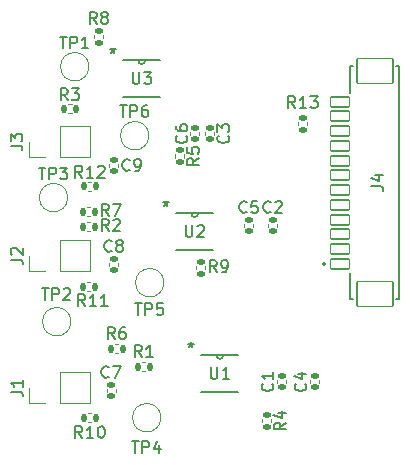
<source format=gto>
G04 #@! TF.GenerationSoftware,KiCad,Pcbnew,7.0.10*
G04 #@! TF.CreationDate,2024-11-08T18:26:31-05:00*
G04 #@! TF.ProjectId,Novel Mechanism 1 Board,4e6f7665-6c20-44d6-9563-68616e69736d,rev?*
G04 #@! TF.SameCoordinates,Original*
G04 #@! TF.FileFunction,Legend,Top*
G04 #@! TF.FilePolarity,Positive*
%FSLAX46Y46*%
G04 Gerber Fmt 4.6, Leading zero omitted, Abs format (unit mm)*
G04 Created by KiCad (PCBNEW 7.0.10) date 2024-11-08 18:26:31*
%MOMM*%
%LPD*%
G01*
G04 APERTURE LIST*
G04 Aperture macros list*
%AMRoundRect*
0 Rectangle with rounded corners*
0 $1 Rounding radius*
0 $2 $3 $4 $5 $6 $7 $8 $9 X,Y pos of 4 corners*
0 Add a 4 corners polygon primitive as box body*
4,1,4,$2,$3,$4,$5,$6,$7,$8,$9,$2,$3,0*
0 Add four circle primitives for the rounded corners*
1,1,$1+$1,$2,$3*
1,1,$1+$1,$4,$5*
1,1,$1+$1,$6,$7*
1,1,$1+$1,$8,$9*
0 Add four rect primitives between the rounded corners*
20,1,$1+$1,$2,$3,$4,$5,0*
20,1,$1+$1,$4,$5,$6,$7,0*
20,1,$1+$1,$6,$7,$8,$9,0*
20,1,$1+$1,$8,$9,$2,$3,0*%
G04 Aperture macros list end*
%ADD10C,0.150000*%
%ADD11C,0.120000*%
%ADD12C,0.127000*%
%ADD13C,0.200000*%
%ADD14C,0.152400*%
%ADD15R,1.700000X1.700000*%
%ADD16O,1.700000X1.700000*%
%ADD17RoundRect,0.140000X0.170000X-0.140000X0.170000X0.140000X-0.170000X0.140000X-0.170000X-0.140000X0*%
%ADD18RoundRect,0.135000X-0.135000X-0.185000X0.135000X-0.185000X0.135000X0.185000X-0.135000X0.185000X0*%
%ADD19C,2.000000*%
%ADD20C,3.200000*%
%ADD21RoundRect,0.076200X0.800000X-0.400000X0.800000X0.400000X-0.800000X0.400000X-0.800000X-0.400000X0*%
%ADD22RoundRect,0.076200X1.500000X-1.050000X1.500000X1.050000X-1.500000X1.050000X-1.500000X-1.050000X0*%
%ADD23R,1.371600X0.457200*%
%ADD24RoundRect,0.135000X0.185000X-0.135000X0.185000X0.135000X-0.185000X0.135000X-0.185000X-0.135000X0*%
%ADD25RoundRect,0.140000X-0.170000X0.140000X-0.170000X-0.140000X0.170000X-0.140000X0.170000X0.140000X0*%
%ADD26RoundRect,0.135000X-0.185000X0.135000X-0.185000X-0.135000X0.185000X-0.135000X0.185000X0.135000X0*%
G04 APERTURE END LIST*
D10*
X20492819Y-50879333D02*
X21207104Y-50879333D01*
X21207104Y-50879333D02*
X21349961Y-50926952D01*
X21349961Y-50926952D02*
X21445200Y-51022190D01*
X21445200Y-51022190D02*
X21492819Y-51165047D01*
X21492819Y-51165047D02*
X21492819Y-51260285D01*
X20588057Y-50450761D02*
X20540438Y-50403142D01*
X20540438Y-50403142D02*
X20492819Y-50307904D01*
X20492819Y-50307904D02*
X20492819Y-50069809D01*
X20492819Y-50069809D02*
X20540438Y-49974571D01*
X20540438Y-49974571D02*
X20588057Y-49926952D01*
X20588057Y-49926952D02*
X20683295Y-49879333D01*
X20683295Y-49879333D02*
X20778533Y-49879333D01*
X20778533Y-49879333D02*
X20921390Y-49926952D01*
X20921390Y-49926952D02*
X21492819Y-50498380D01*
X21492819Y-50498380D02*
X21492819Y-49879333D01*
X45427580Y-61380666D02*
X45475200Y-61428285D01*
X45475200Y-61428285D02*
X45522819Y-61571142D01*
X45522819Y-61571142D02*
X45522819Y-61666380D01*
X45522819Y-61666380D02*
X45475200Y-61809237D01*
X45475200Y-61809237D02*
X45379961Y-61904475D01*
X45379961Y-61904475D02*
X45284723Y-61952094D01*
X45284723Y-61952094D02*
X45094247Y-61999713D01*
X45094247Y-61999713D02*
X44951390Y-61999713D01*
X44951390Y-61999713D02*
X44760914Y-61952094D01*
X44760914Y-61952094D02*
X44665676Y-61904475D01*
X44665676Y-61904475D02*
X44570438Y-61809237D01*
X44570438Y-61809237D02*
X44522819Y-61666380D01*
X44522819Y-61666380D02*
X44522819Y-61571142D01*
X44522819Y-61571142D02*
X44570438Y-61428285D01*
X44570438Y-61428285D02*
X44618057Y-61380666D01*
X44856152Y-60523523D02*
X45522819Y-60523523D01*
X44475200Y-60761618D02*
X45189485Y-60999713D01*
X45189485Y-60999713D02*
X45189485Y-60380666D01*
X28789333Y-47190819D02*
X28456000Y-46714628D01*
X28217905Y-47190819D02*
X28217905Y-46190819D01*
X28217905Y-46190819D02*
X28598857Y-46190819D01*
X28598857Y-46190819D02*
X28694095Y-46238438D01*
X28694095Y-46238438D02*
X28741714Y-46286057D01*
X28741714Y-46286057D02*
X28789333Y-46381295D01*
X28789333Y-46381295D02*
X28789333Y-46524152D01*
X28789333Y-46524152D02*
X28741714Y-46619390D01*
X28741714Y-46619390D02*
X28694095Y-46667009D01*
X28694095Y-46667009D02*
X28598857Y-46714628D01*
X28598857Y-46714628D02*
X28217905Y-46714628D01*
X29122667Y-46190819D02*
X29789333Y-46190819D01*
X29789333Y-46190819D02*
X29360762Y-47190819D01*
X23122095Y-53302819D02*
X23693523Y-53302819D01*
X23407809Y-54302819D02*
X23407809Y-53302819D01*
X24026857Y-54302819D02*
X24026857Y-53302819D01*
X24026857Y-53302819D02*
X24407809Y-53302819D01*
X24407809Y-53302819D02*
X24503047Y-53350438D01*
X24503047Y-53350438D02*
X24550666Y-53398057D01*
X24550666Y-53398057D02*
X24598285Y-53493295D01*
X24598285Y-53493295D02*
X24598285Y-53636152D01*
X24598285Y-53636152D02*
X24550666Y-53731390D01*
X24550666Y-53731390D02*
X24503047Y-53779009D01*
X24503047Y-53779009D02*
X24407809Y-53826628D01*
X24407809Y-53826628D02*
X24026857Y-53826628D01*
X24979238Y-53398057D02*
X25026857Y-53350438D01*
X25026857Y-53350438D02*
X25122095Y-53302819D01*
X25122095Y-53302819D02*
X25360190Y-53302819D01*
X25360190Y-53302819D02*
X25455428Y-53350438D01*
X25455428Y-53350438D02*
X25503047Y-53398057D01*
X25503047Y-53398057D02*
X25550666Y-53493295D01*
X25550666Y-53493295D02*
X25550666Y-53588533D01*
X25550666Y-53588533D02*
X25503047Y-53731390D01*
X25503047Y-53731390D02*
X24931619Y-54302819D01*
X24931619Y-54302819D02*
X25550666Y-54302819D01*
X26535142Y-43948417D02*
X26201809Y-43472226D01*
X25963714Y-43948417D02*
X25963714Y-42948417D01*
X25963714Y-42948417D02*
X26344666Y-42948417D01*
X26344666Y-42948417D02*
X26439904Y-42996036D01*
X26439904Y-42996036D02*
X26487523Y-43043655D01*
X26487523Y-43043655D02*
X26535142Y-43138893D01*
X26535142Y-43138893D02*
X26535142Y-43281750D01*
X26535142Y-43281750D02*
X26487523Y-43376988D01*
X26487523Y-43376988D02*
X26439904Y-43424607D01*
X26439904Y-43424607D02*
X26344666Y-43472226D01*
X26344666Y-43472226D02*
X25963714Y-43472226D01*
X27487523Y-43948417D02*
X26916095Y-43948417D01*
X27201809Y-43948417D02*
X27201809Y-42948417D01*
X27201809Y-42948417D02*
X27106571Y-43091274D01*
X27106571Y-43091274D02*
X27011333Y-43186512D01*
X27011333Y-43186512D02*
X26916095Y-43234131D01*
X27868476Y-43043655D02*
X27916095Y-42996036D01*
X27916095Y-42996036D02*
X28011333Y-42948417D01*
X28011333Y-42948417D02*
X28249428Y-42948417D01*
X28249428Y-42948417D02*
X28344666Y-42996036D01*
X28344666Y-42996036D02*
X28392285Y-43043655D01*
X28392285Y-43043655D02*
X28439904Y-43138893D01*
X28439904Y-43138893D02*
X28439904Y-43234131D01*
X28439904Y-43234131D02*
X28392285Y-43376988D01*
X28392285Y-43376988D02*
X27820857Y-43948417D01*
X27820857Y-43948417D02*
X28439904Y-43948417D01*
X28789333Y-48460819D02*
X28456000Y-47984628D01*
X28217905Y-48460819D02*
X28217905Y-47460819D01*
X28217905Y-47460819D02*
X28598857Y-47460819D01*
X28598857Y-47460819D02*
X28694095Y-47508438D01*
X28694095Y-47508438D02*
X28741714Y-47556057D01*
X28741714Y-47556057D02*
X28789333Y-47651295D01*
X28789333Y-47651295D02*
X28789333Y-47794152D01*
X28789333Y-47794152D02*
X28741714Y-47889390D01*
X28741714Y-47889390D02*
X28694095Y-47937009D01*
X28694095Y-47937009D02*
X28598857Y-47984628D01*
X28598857Y-47984628D02*
X28217905Y-47984628D01*
X29170286Y-47556057D02*
X29217905Y-47508438D01*
X29217905Y-47508438D02*
X29313143Y-47460819D01*
X29313143Y-47460819D02*
X29551238Y-47460819D01*
X29551238Y-47460819D02*
X29646476Y-47508438D01*
X29646476Y-47508438D02*
X29694095Y-47556057D01*
X29694095Y-47556057D02*
X29741714Y-47651295D01*
X29741714Y-47651295D02*
X29741714Y-47746533D01*
X29741714Y-47746533D02*
X29694095Y-47889390D01*
X29694095Y-47889390D02*
X29122667Y-48460819D01*
X29122667Y-48460819D02*
X29741714Y-48460819D01*
X51037819Y-44657732D02*
X51752104Y-44657732D01*
X51752104Y-44657732D02*
X51894961Y-44705351D01*
X51894961Y-44705351D02*
X51990200Y-44800589D01*
X51990200Y-44800589D02*
X52037819Y-44943446D01*
X52037819Y-44943446D02*
X52037819Y-45038684D01*
X51371152Y-43752970D02*
X52037819Y-43752970D01*
X50990200Y-43991065D02*
X51704485Y-44229160D01*
X51704485Y-44229160D02*
X51704485Y-43610113D01*
X30742095Y-66256819D02*
X31313523Y-66256819D01*
X31027809Y-67256819D02*
X31027809Y-66256819D01*
X31646857Y-67256819D02*
X31646857Y-66256819D01*
X31646857Y-66256819D02*
X32027809Y-66256819D01*
X32027809Y-66256819D02*
X32123047Y-66304438D01*
X32123047Y-66304438D02*
X32170666Y-66352057D01*
X32170666Y-66352057D02*
X32218285Y-66447295D01*
X32218285Y-66447295D02*
X32218285Y-66590152D01*
X32218285Y-66590152D02*
X32170666Y-66685390D01*
X32170666Y-66685390D02*
X32123047Y-66733009D01*
X32123047Y-66733009D02*
X32027809Y-66780628D01*
X32027809Y-66780628D02*
X31646857Y-66780628D01*
X33075428Y-66590152D02*
X33075428Y-67256819D01*
X32837333Y-66209200D02*
X32599238Y-66923485D01*
X32599238Y-66923485D02*
X33218285Y-66923485D01*
X31583333Y-59128819D02*
X31250000Y-58652628D01*
X31011905Y-59128819D02*
X31011905Y-58128819D01*
X31011905Y-58128819D02*
X31392857Y-58128819D01*
X31392857Y-58128819D02*
X31488095Y-58176438D01*
X31488095Y-58176438D02*
X31535714Y-58224057D01*
X31535714Y-58224057D02*
X31583333Y-58319295D01*
X31583333Y-58319295D02*
X31583333Y-58462152D01*
X31583333Y-58462152D02*
X31535714Y-58557390D01*
X31535714Y-58557390D02*
X31488095Y-58605009D01*
X31488095Y-58605009D02*
X31392857Y-58652628D01*
X31392857Y-58652628D02*
X31011905Y-58652628D01*
X32535714Y-59128819D02*
X31964286Y-59128819D01*
X32250000Y-59128819D02*
X32250000Y-58128819D01*
X32250000Y-58128819D02*
X32154762Y-58271676D01*
X32154762Y-58271676D02*
X32059524Y-58366914D01*
X32059524Y-58366914D02*
X31964286Y-58414533D01*
X42505333Y-46841580D02*
X42457714Y-46889200D01*
X42457714Y-46889200D02*
X42314857Y-46936819D01*
X42314857Y-46936819D02*
X42219619Y-46936819D01*
X42219619Y-46936819D02*
X42076762Y-46889200D01*
X42076762Y-46889200D02*
X41981524Y-46793961D01*
X41981524Y-46793961D02*
X41933905Y-46698723D01*
X41933905Y-46698723D02*
X41886286Y-46508247D01*
X41886286Y-46508247D02*
X41886286Y-46365390D01*
X41886286Y-46365390D02*
X41933905Y-46174914D01*
X41933905Y-46174914D02*
X41981524Y-46079676D01*
X41981524Y-46079676D02*
X42076762Y-45984438D01*
X42076762Y-45984438D02*
X42219619Y-45936819D01*
X42219619Y-45936819D02*
X42314857Y-45936819D01*
X42314857Y-45936819D02*
X42457714Y-45984438D01*
X42457714Y-45984438D02*
X42505333Y-46032057D01*
X42886286Y-46032057D02*
X42933905Y-45984438D01*
X42933905Y-45984438D02*
X43029143Y-45936819D01*
X43029143Y-45936819D02*
X43267238Y-45936819D01*
X43267238Y-45936819D02*
X43362476Y-45984438D01*
X43362476Y-45984438D02*
X43410095Y-46032057D01*
X43410095Y-46032057D02*
X43457714Y-46127295D01*
X43457714Y-46127295D02*
X43457714Y-46222533D01*
X43457714Y-46222533D02*
X43410095Y-46365390D01*
X43410095Y-46365390D02*
X42838667Y-46936819D01*
X42838667Y-46936819D02*
X43457714Y-46936819D01*
X30821416Y-35014819D02*
X30821416Y-35824342D01*
X30821416Y-35824342D02*
X30869035Y-35919580D01*
X30869035Y-35919580D02*
X30916654Y-35967200D01*
X30916654Y-35967200D02*
X31011892Y-36014819D01*
X31011892Y-36014819D02*
X31202368Y-36014819D01*
X31202368Y-36014819D02*
X31297606Y-35967200D01*
X31297606Y-35967200D02*
X31345225Y-35919580D01*
X31345225Y-35919580D02*
X31392844Y-35824342D01*
X31392844Y-35824342D02*
X31392844Y-35014819D01*
X31773797Y-35014819D02*
X32392844Y-35014819D01*
X32392844Y-35014819D02*
X32059511Y-35395771D01*
X32059511Y-35395771D02*
X32202368Y-35395771D01*
X32202368Y-35395771D02*
X32297606Y-35443390D01*
X32297606Y-35443390D02*
X32345225Y-35491009D01*
X32345225Y-35491009D02*
X32392844Y-35586247D01*
X32392844Y-35586247D02*
X32392844Y-35824342D01*
X32392844Y-35824342D02*
X32345225Y-35919580D01*
X32345225Y-35919580D02*
X32297606Y-35967200D01*
X32297606Y-35967200D02*
X32202368Y-36014819D01*
X32202368Y-36014819D02*
X31916654Y-36014819D01*
X31916654Y-36014819D02*
X31821416Y-35967200D01*
X31821416Y-35967200D02*
X31773797Y-35919580D01*
X29132221Y-32922219D02*
X29132221Y-33160314D01*
X28894126Y-33065076D02*
X29132221Y-33160314D01*
X29132221Y-33160314D02*
X29370316Y-33065076D01*
X28989364Y-33350790D02*
X29132221Y-33160314D01*
X29132221Y-33160314D02*
X29275078Y-33350790D01*
X29132221Y-32922219D02*
X29132221Y-33160314D01*
X28894126Y-33065076D02*
X29132221Y-33160314D01*
X29132221Y-33160314D02*
X29370316Y-33065076D01*
X28989364Y-33350790D02*
X29132221Y-33160314D01*
X29132221Y-33160314D02*
X29275078Y-33350790D01*
X38899580Y-40386666D02*
X38947200Y-40434285D01*
X38947200Y-40434285D02*
X38994819Y-40577142D01*
X38994819Y-40577142D02*
X38994819Y-40672380D01*
X38994819Y-40672380D02*
X38947200Y-40815237D01*
X38947200Y-40815237D02*
X38851961Y-40910475D01*
X38851961Y-40910475D02*
X38756723Y-40958094D01*
X38756723Y-40958094D02*
X38566247Y-41005713D01*
X38566247Y-41005713D02*
X38423390Y-41005713D01*
X38423390Y-41005713D02*
X38232914Y-40958094D01*
X38232914Y-40958094D02*
X38137676Y-40910475D01*
X38137676Y-40910475D02*
X38042438Y-40815237D01*
X38042438Y-40815237D02*
X37994819Y-40672380D01*
X37994819Y-40672380D02*
X37994819Y-40577142D01*
X37994819Y-40577142D02*
X38042438Y-40434285D01*
X38042438Y-40434285D02*
X38090057Y-40386666D01*
X37994819Y-40053332D02*
X37994819Y-39434285D01*
X37994819Y-39434285D02*
X38375771Y-39767618D01*
X38375771Y-39767618D02*
X38375771Y-39624761D01*
X38375771Y-39624761D02*
X38423390Y-39529523D01*
X38423390Y-39529523D02*
X38471009Y-39481904D01*
X38471009Y-39481904D02*
X38566247Y-39434285D01*
X38566247Y-39434285D02*
X38804342Y-39434285D01*
X38804342Y-39434285D02*
X38899580Y-39481904D01*
X38899580Y-39481904D02*
X38947200Y-39529523D01*
X38947200Y-39529523D02*
X38994819Y-39624761D01*
X38994819Y-39624761D02*
X38994819Y-39910475D01*
X38994819Y-39910475D02*
X38947200Y-40005713D01*
X38947200Y-40005713D02*
X38899580Y-40053332D01*
X25320654Y-37384819D02*
X24987321Y-36908628D01*
X24749226Y-37384819D02*
X24749226Y-36384819D01*
X24749226Y-36384819D02*
X25130178Y-36384819D01*
X25130178Y-36384819D02*
X25225416Y-36432438D01*
X25225416Y-36432438D02*
X25273035Y-36480057D01*
X25273035Y-36480057D02*
X25320654Y-36575295D01*
X25320654Y-36575295D02*
X25320654Y-36718152D01*
X25320654Y-36718152D02*
X25273035Y-36813390D01*
X25273035Y-36813390D02*
X25225416Y-36861009D01*
X25225416Y-36861009D02*
X25130178Y-36908628D01*
X25130178Y-36908628D02*
X24749226Y-36908628D01*
X25653988Y-36384819D02*
X26273035Y-36384819D01*
X26273035Y-36384819D02*
X25939702Y-36765771D01*
X25939702Y-36765771D02*
X26082559Y-36765771D01*
X26082559Y-36765771D02*
X26177797Y-36813390D01*
X26177797Y-36813390D02*
X26225416Y-36861009D01*
X26225416Y-36861009D02*
X26273035Y-36956247D01*
X26273035Y-36956247D02*
X26273035Y-37194342D01*
X26273035Y-37194342D02*
X26225416Y-37289580D01*
X26225416Y-37289580D02*
X26177797Y-37337200D01*
X26177797Y-37337200D02*
X26082559Y-37384819D01*
X26082559Y-37384819D02*
X25796845Y-37384819D01*
X25796845Y-37384819D02*
X25701607Y-37337200D01*
X25701607Y-37337200D02*
X25653988Y-37289580D01*
X35349580Y-40385264D02*
X35397200Y-40432883D01*
X35397200Y-40432883D02*
X35444819Y-40575740D01*
X35444819Y-40575740D02*
X35444819Y-40670978D01*
X35444819Y-40670978D02*
X35397200Y-40813835D01*
X35397200Y-40813835D02*
X35301961Y-40909073D01*
X35301961Y-40909073D02*
X35206723Y-40956692D01*
X35206723Y-40956692D02*
X35016247Y-41004311D01*
X35016247Y-41004311D02*
X34873390Y-41004311D01*
X34873390Y-41004311D02*
X34682914Y-40956692D01*
X34682914Y-40956692D02*
X34587676Y-40909073D01*
X34587676Y-40909073D02*
X34492438Y-40813835D01*
X34492438Y-40813835D02*
X34444819Y-40670978D01*
X34444819Y-40670978D02*
X34444819Y-40575740D01*
X34444819Y-40575740D02*
X34492438Y-40432883D01*
X34492438Y-40432883D02*
X34540057Y-40385264D01*
X34444819Y-39528121D02*
X34444819Y-39718597D01*
X34444819Y-39718597D02*
X34492438Y-39813835D01*
X34492438Y-39813835D02*
X34540057Y-39861454D01*
X34540057Y-39861454D02*
X34682914Y-39956692D01*
X34682914Y-39956692D02*
X34873390Y-40004311D01*
X34873390Y-40004311D02*
X35254342Y-40004311D01*
X35254342Y-40004311D02*
X35349580Y-39956692D01*
X35349580Y-39956692D02*
X35397200Y-39909073D01*
X35397200Y-39909073D02*
X35444819Y-39813835D01*
X35444819Y-39813835D02*
X35444819Y-39623359D01*
X35444819Y-39623359D02*
X35397200Y-39528121D01*
X35397200Y-39528121D02*
X35349580Y-39480502D01*
X35349580Y-39480502D02*
X35254342Y-39432883D01*
X35254342Y-39432883D02*
X35016247Y-39432883D01*
X35016247Y-39432883D02*
X34921009Y-39480502D01*
X34921009Y-39480502D02*
X34873390Y-39528121D01*
X34873390Y-39528121D02*
X34825771Y-39623359D01*
X34825771Y-39623359D02*
X34825771Y-39813835D01*
X34825771Y-39813835D02*
X34873390Y-39909073D01*
X34873390Y-39909073D02*
X34921009Y-39956692D01*
X34921009Y-39956692D02*
X35016247Y-40004311D01*
X44569142Y-38046819D02*
X44235809Y-37570628D01*
X43997714Y-38046819D02*
X43997714Y-37046819D01*
X43997714Y-37046819D02*
X44378666Y-37046819D01*
X44378666Y-37046819D02*
X44473904Y-37094438D01*
X44473904Y-37094438D02*
X44521523Y-37142057D01*
X44521523Y-37142057D02*
X44569142Y-37237295D01*
X44569142Y-37237295D02*
X44569142Y-37380152D01*
X44569142Y-37380152D02*
X44521523Y-37475390D01*
X44521523Y-37475390D02*
X44473904Y-37523009D01*
X44473904Y-37523009D02*
X44378666Y-37570628D01*
X44378666Y-37570628D02*
X43997714Y-37570628D01*
X45521523Y-38046819D02*
X44950095Y-38046819D01*
X45235809Y-38046819D02*
X45235809Y-37046819D01*
X45235809Y-37046819D02*
X45140571Y-37189676D01*
X45140571Y-37189676D02*
X45045333Y-37284914D01*
X45045333Y-37284914D02*
X44950095Y-37332533D01*
X45854857Y-37046819D02*
X46473904Y-37046819D01*
X46473904Y-37046819D02*
X46140571Y-37427771D01*
X46140571Y-37427771D02*
X46283428Y-37427771D01*
X46283428Y-37427771D02*
X46378666Y-37475390D01*
X46378666Y-37475390D02*
X46426285Y-37523009D01*
X46426285Y-37523009D02*
X46473904Y-37618247D01*
X46473904Y-37618247D02*
X46473904Y-37856342D01*
X46473904Y-37856342D02*
X46426285Y-37951580D01*
X46426285Y-37951580D02*
X46378666Y-37999200D01*
X46378666Y-37999200D02*
X46283428Y-38046819D01*
X46283428Y-38046819D02*
X45997714Y-38046819D01*
X45997714Y-38046819D02*
X45902476Y-37999200D01*
X45902476Y-37999200D02*
X45854857Y-37951580D01*
X30567333Y-43285580D02*
X30519714Y-43333200D01*
X30519714Y-43333200D02*
X30376857Y-43380819D01*
X30376857Y-43380819D02*
X30281619Y-43380819D01*
X30281619Y-43380819D02*
X30138762Y-43333200D01*
X30138762Y-43333200D02*
X30043524Y-43237961D01*
X30043524Y-43237961D02*
X29995905Y-43142723D01*
X29995905Y-43142723D02*
X29948286Y-42952247D01*
X29948286Y-42952247D02*
X29948286Y-42809390D01*
X29948286Y-42809390D02*
X29995905Y-42618914D01*
X29995905Y-42618914D02*
X30043524Y-42523676D01*
X30043524Y-42523676D02*
X30138762Y-42428438D01*
X30138762Y-42428438D02*
X30281619Y-42380819D01*
X30281619Y-42380819D02*
X30376857Y-42380819D01*
X30376857Y-42380819D02*
X30519714Y-42428438D01*
X30519714Y-42428438D02*
X30567333Y-42476057D01*
X31043524Y-43380819D02*
X31234000Y-43380819D01*
X31234000Y-43380819D02*
X31329238Y-43333200D01*
X31329238Y-43333200D02*
X31376857Y-43285580D01*
X31376857Y-43285580D02*
X31472095Y-43142723D01*
X31472095Y-43142723D02*
X31519714Y-42952247D01*
X31519714Y-42952247D02*
X31519714Y-42571295D01*
X31519714Y-42571295D02*
X31472095Y-42476057D01*
X31472095Y-42476057D02*
X31424476Y-42428438D01*
X31424476Y-42428438D02*
X31329238Y-42380819D01*
X31329238Y-42380819D02*
X31138762Y-42380819D01*
X31138762Y-42380819D02*
X31043524Y-42428438D01*
X31043524Y-42428438D02*
X30995905Y-42476057D01*
X30995905Y-42476057D02*
X30948286Y-42571295D01*
X30948286Y-42571295D02*
X30948286Y-42809390D01*
X30948286Y-42809390D02*
X30995905Y-42904628D01*
X30995905Y-42904628D02*
X31043524Y-42952247D01*
X31043524Y-42952247D02*
X31138762Y-42999866D01*
X31138762Y-42999866D02*
X31329238Y-42999866D01*
X31329238Y-42999866D02*
X31424476Y-42952247D01*
X31424476Y-42952247D02*
X31472095Y-42904628D01*
X31472095Y-42904628D02*
X31519714Y-42809390D01*
X43788819Y-64682666D02*
X43312628Y-65015999D01*
X43788819Y-65254094D02*
X42788819Y-65254094D01*
X42788819Y-65254094D02*
X42788819Y-64873142D01*
X42788819Y-64873142D02*
X42836438Y-64777904D01*
X42836438Y-64777904D02*
X42884057Y-64730285D01*
X42884057Y-64730285D02*
X42979295Y-64682666D01*
X42979295Y-64682666D02*
X43122152Y-64682666D01*
X43122152Y-64682666D02*
X43217390Y-64730285D01*
X43217390Y-64730285D02*
X43265009Y-64777904D01*
X43265009Y-64777904D02*
X43312628Y-64873142D01*
X43312628Y-64873142D02*
X43312628Y-65254094D01*
X43122152Y-63825523D02*
X43788819Y-63825523D01*
X42741200Y-64063618D02*
X43455485Y-64301713D01*
X43455485Y-64301713D02*
X43455485Y-63682666D01*
X26789142Y-54810819D02*
X26455809Y-54334628D01*
X26217714Y-54810819D02*
X26217714Y-53810819D01*
X26217714Y-53810819D02*
X26598666Y-53810819D01*
X26598666Y-53810819D02*
X26693904Y-53858438D01*
X26693904Y-53858438D02*
X26741523Y-53906057D01*
X26741523Y-53906057D02*
X26789142Y-54001295D01*
X26789142Y-54001295D02*
X26789142Y-54144152D01*
X26789142Y-54144152D02*
X26741523Y-54239390D01*
X26741523Y-54239390D02*
X26693904Y-54287009D01*
X26693904Y-54287009D02*
X26598666Y-54334628D01*
X26598666Y-54334628D02*
X26217714Y-54334628D01*
X27741523Y-54810819D02*
X27170095Y-54810819D01*
X27455809Y-54810819D02*
X27455809Y-53810819D01*
X27455809Y-53810819D02*
X27360571Y-53953676D01*
X27360571Y-53953676D02*
X27265333Y-54048914D01*
X27265333Y-54048914D02*
X27170095Y-54096533D01*
X28693904Y-54810819D02*
X28122476Y-54810819D01*
X28408190Y-54810819D02*
X28408190Y-53810819D01*
X28408190Y-53810819D02*
X28312952Y-53953676D01*
X28312952Y-53953676D02*
X28217714Y-54048914D01*
X28217714Y-54048914D02*
X28122476Y-54096533D01*
X36422819Y-42290264D02*
X35946628Y-42623597D01*
X36422819Y-42861692D02*
X35422819Y-42861692D01*
X35422819Y-42861692D02*
X35422819Y-42480740D01*
X35422819Y-42480740D02*
X35470438Y-42385502D01*
X35470438Y-42385502D02*
X35518057Y-42337883D01*
X35518057Y-42337883D02*
X35613295Y-42290264D01*
X35613295Y-42290264D02*
X35756152Y-42290264D01*
X35756152Y-42290264D02*
X35851390Y-42337883D01*
X35851390Y-42337883D02*
X35899009Y-42385502D01*
X35899009Y-42385502D02*
X35946628Y-42480740D01*
X35946628Y-42480740D02*
X35946628Y-42861692D01*
X35422819Y-41385502D02*
X35422819Y-41861692D01*
X35422819Y-41861692D02*
X35899009Y-41909311D01*
X35899009Y-41909311D02*
X35851390Y-41861692D01*
X35851390Y-41861692D02*
X35803771Y-41766454D01*
X35803771Y-41766454D02*
X35803771Y-41528359D01*
X35803771Y-41528359D02*
X35851390Y-41433121D01*
X35851390Y-41433121D02*
X35899009Y-41385502D01*
X35899009Y-41385502D02*
X35994247Y-41337883D01*
X35994247Y-41337883D02*
X36232342Y-41337883D01*
X36232342Y-41337883D02*
X36327580Y-41385502D01*
X36327580Y-41385502D02*
X36375200Y-41433121D01*
X36375200Y-41433121D02*
X36422819Y-41528359D01*
X36422819Y-41528359D02*
X36422819Y-41766454D01*
X36422819Y-41766454D02*
X36375200Y-41861692D01*
X36375200Y-41861692D02*
X36327580Y-41909311D01*
X29726095Y-37808819D02*
X30297523Y-37808819D01*
X30011809Y-38808819D02*
X30011809Y-37808819D01*
X30630857Y-38808819D02*
X30630857Y-37808819D01*
X30630857Y-37808819D02*
X31011809Y-37808819D01*
X31011809Y-37808819D02*
X31107047Y-37856438D01*
X31107047Y-37856438D02*
X31154666Y-37904057D01*
X31154666Y-37904057D02*
X31202285Y-37999295D01*
X31202285Y-37999295D02*
X31202285Y-38142152D01*
X31202285Y-38142152D02*
X31154666Y-38237390D01*
X31154666Y-38237390D02*
X31107047Y-38285009D01*
X31107047Y-38285009D02*
X31011809Y-38332628D01*
X31011809Y-38332628D02*
X30630857Y-38332628D01*
X32059428Y-37808819D02*
X31868952Y-37808819D01*
X31868952Y-37808819D02*
X31773714Y-37856438D01*
X31773714Y-37856438D02*
X31726095Y-37904057D01*
X31726095Y-37904057D02*
X31630857Y-38046914D01*
X31630857Y-38046914D02*
X31583238Y-38237390D01*
X31583238Y-38237390D02*
X31583238Y-38618342D01*
X31583238Y-38618342D02*
X31630857Y-38713580D01*
X31630857Y-38713580D02*
X31678476Y-38761200D01*
X31678476Y-38761200D02*
X31773714Y-38808819D01*
X31773714Y-38808819D02*
X31964190Y-38808819D01*
X31964190Y-38808819D02*
X32059428Y-38761200D01*
X32059428Y-38761200D02*
X32107047Y-38713580D01*
X32107047Y-38713580D02*
X32154666Y-38618342D01*
X32154666Y-38618342D02*
X32154666Y-38380247D01*
X32154666Y-38380247D02*
X32107047Y-38285009D01*
X32107047Y-38285009D02*
X32059428Y-38237390D01*
X32059428Y-38237390D02*
X31964190Y-38189771D01*
X31964190Y-38189771D02*
X31773714Y-38189771D01*
X31773714Y-38189771D02*
X31678476Y-38237390D01*
X31678476Y-38237390D02*
X31630857Y-38285009D01*
X31630857Y-38285009D02*
X31583238Y-38380247D01*
X24646095Y-32000819D02*
X25217523Y-32000819D01*
X24931809Y-33000819D02*
X24931809Y-32000819D01*
X25550857Y-33000819D02*
X25550857Y-32000819D01*
X25550857Y-32000819D02*
X25931809Y-32000819D01*
X25931809Y-32000819D02*
X26027047Y-32048438D01*
X26027047Y-32048438D02*
X26074666Y-32096057D01*
X26074666Y-32096057D02*
X26122285Y-32191295D01*
X26122285Y-32191295D02*
X26122285Y-32334152D01*
X26122285Y-32334152D02*
X26074666Y-32429390D01*
X26074666Y-32429390D02*
X26027047Y-32477009D01*
X26027047Y-32477009D02*
X25931809Y-32524628D01*
X25931809Y-32524628D02*
X25550857Y-32524628D01*
X27074666Y-33000819D02*
X26503238Y-33000819D01*
X26788952Y-33000819D02*
X26788952Y-32000819D01*
X26788952Y-32000819D02*
X26693714Y-32143676D01*
X26693714Y-32143676D02*
X26598476Y-32238914D01*
X26598476Y-32238914D02*
X26503238Y-32286533D01*
X22857395Y-43085617D02*
X23428823Y-43085617D01*
X23143109Y-44085617D02*
X23143109Y-43085617D01*
X23762157Y-44085617D02*
X23762157Y-43085617D01*
X23762157Y-43085617D02*
X24143109Y-43085617D01*
X24143109Y-43085617D02*
X24238347Y-43133236D01*
X24238347Y-43133236D02*
X24285966Y-43180855D01*
X24285966Y-43180855D02*
X24333585Y-43276093D01*
X24333585Y-43276093D02*
X24333585Y-43418950D01*
X24333585Y-43418950D02*
X24285966Y-43514188D01*
X24285966Y-43514188D02*
X24238347Y-43561807D01*
X24238347Y-43561807D02*
X24143109Y-43609426D01*
X24143109Y-43609426D02*
X23762157Y-43609426D01*
X24666919Y-43085617D02*
X25285966Y-43085617D01*
X25285966Y-43085617D02*
X24952633Y-43466569D01*
X24952633Y-43466569D02*
X25095490Y-43466569D01*
X25095490Y-43466569D02*
X25190728Y-43514188D01*
X25190728Y-43514188D02*
X25238347Y-43561807D01*
X25238347Y-43561807D02*
X25285966Y-43657045D01*
X25285966Y-43657045D02*
X25285966Y-43895140D01*
X25285966Y-43895140D02*
X25238347Y-43990378D01*
X25238347Y-43990378D02*
X25190728Y-44037998D01*
X25190728Y-44037998D02*
X25095490Y-44085617D01*
X25095490Y-44085617D02*
X24809776Y-44085617D01*
X24809776Y-44085617D02*
X24714538Y-44037998D01*
X24714538Y-44037998D02*
X24666919Y-43990378D01*
X20492819Y-62055333D02*
X21207104Y-62055333D01*
X21207104Y-62055333D02*
X21349961Y-62102952D01*
X21349961Y-62102952D02*
X21445200Y-62198190D01*
X21445200Y-62198190D02*
X21492819Y-62341047D01*
X21492819Y-62341047D02*
X21492819Y-62436285D01*
X21492819Y-61055333D02*
X21492819Y-61626761D01*
X21492819Y-61341047D02*
X20492819Y-61341047D01*
X20492819Y-61341047D02*
X20635676Y-61436285D01*
X20635676Y-61436285D02*
X20730914Y-61531523D01*
X20730914Y-61531523D02*
X20778533Y-61626761D01*
X29043333Y-50143580D02*
X28995714Y-50191200D01*
X28995714Y-50191200D02*
X28852857Y-50238819D01*
X28852857Y-50238819D02*
X28757619Y-50238819D01*
X28757619Y-50238819D02*
X28614762Y-50191200D01*
X28614762Y-50191200D02*
X28519524Y-50095961D01*
X28519524Y-50095961D02*
X28471905Y-50000723D01*
X28471905Y-50000723D02*
X28424286Y-49810247D01*
X28424286Y-49810247D02*
X28424286Y-49667390D01*
X28424286Y-49667390D02*
X28471905Y-49476914D01*
X28471905Y-49476914D02*
X28519524Y-49381676D01*
X28519524Y-49381676D02*
X28614762Y-49286438D01*
X28614762Y-49286438D02*
X28757619Y-49238819D01*
X28757619Y-49238819D02*
X28852857Y-49238819D01*
X28852857Y-49238819D02*
X28995714Y-49286438D01*
X28995714Y-49286438D02*
X29043333Y-49334057D01*
X29614762Y-49667390D02*
X29519524Y-49619771D01*
X29519524Y-49619771D02*
X29471905Y-49572152D01*
X29471905Y-49572152D02*
X29424286Y-49476914D01*
X29424286Y-49476914D02*
X29424286Y-49429295D01*
X29424286Y-49429295D02*
X29471905Y-49334057D01*
X29471905Y-49334057D02*
X29519524Y-49286438D01*
X29519524Y-49286438D02*
X29614762Y-49238819D01*
X29614762Y-49238819D02*
X29805238Y-49238819D01*
X29805238Y-49238819D02*
X29900476Y-49286438D01*
X29900476Y-49286438D02*
X29948095Y-49334057D01*
X29948095Y-49334057D02*
X29995714Y-49429295D01*
X29995714Y-49429295D02*
X29995714Y-49476914D01*
X29995714Y-49476914D02*
X29948095Y-49572152D01*
X29948095Y-49572152D02*
X29900476Y-49619771D01*
X29900476Y-49619771D02*
X29805238Y-49667390D01*
X29805238Y-49667390D02*
X29614762Y-49667390D01*
X29614762Y-49667390D02*
X29519524Y-49715009D01*
X29519524Y-49715009D02*
X29471905Y-49762628D01*
X29471905Y-49762628D02*
X29424286Y-49857866D01*
X29424286Y-49857866D02*
X29424286Y-50048342D01*
X29424286Y-50048342D02*
X29471905Y-50143580D01*
X29471905Y-50143580D02*
X29519524Y-50191200D01*
X29519524Y-50191200D02*
X29614762Y-50238819D01*
X29614762Y-50238819D02*
X29805238Y-50238819D01*
X29805238Y-50238819D02*
X29900476Y-50191200D01*
X29900476Y-50191200D02*
X29948095Y-50143580D01*
X29948095Y-50143580D02*
X29995714Y-50048342D01*
X29995714Y-50048342D02*
X29995714Y-49857866D01*
X29995714Y-49857866D02*
X29948095Y-49762628D01*
X29948095Y-49762628D02*
X29900476Y-49715009D01*
X29900476Y-49715009D02*
X29805238Y-49667390D01*
X30996095Y-54572819D02*
X31567523Y-54572819D01*
X31281809Y-55572819D02*
X31281809Y-54572819D01*
X31900857Y-55572819D02*
X31900857Y-54572819D01*
X31900857Y-54572819D02*
X32281809Y-54572819D01*
X32281809Y-54572819D02*
X32377047Y-54620438D01*
X32377047Y-54620438D02*
X32424666Y-54668057D01*
X32424666Y-54668057D02*
X32472285Y-54763295D01*
X32472285Y-54763295D02*
X32472285Y-54906152D01*
X32472285Y-54906152D02*
X32424666Y-55001390D01*
X32424666Y-55001390D02*
X32377047Y-55049009D01*
X32377047Y-55049009D02*
X32281809Y-55096628D01*
X32281809Y-55096628D02*
X31900857Y-55096628D01*
X33377047Y-54572819D02*
X32900857Y-54572819D01*
X32900857Y-54572819D02*
X32853238Y-55049009D01*
X32853238Y-55049009D02*
X32900857Y-55001390D01*
X32900857Y-55001390D02*
X32996095Y-54953771D01*
X32996095Y-54953771D02*
X33234190Y-54953771D01*
X33234190Y-54953771D02*
X33329428Y-55001390D01*
X33329428Y-55001390D02*
X33377047Y-55049009D01*
X33377047Y-55049009D02*
X33424666Y-55144247D01*
X33424666Y-55144247D02*
X33424666Y-55382342D01*
X33424666Y-55382342D02*
X33377047Y-55477580D01*
X33377047Y-55477580D02*
X33329428Y-55525200D01*
X33329428Y-55525200D02*
X33234190Y-55572819D01*
X33234190Y-55572819D02*
X32996095Y-55572819D01*
X32996095Y-55572819D02*
X32900857Y-55525200D01*
X32900857Y-55525200D02*
X32853238Y-55477580D01*
X40473333Y-46841580D02*
X40425714Y-46889200D01*
X40425714Y-46889200D02*
X40282857Y-46936819D01*
X40282857Y-46936819D02*
X40187619Y-46936819D01*
X40187619Y-46936819D02*
X40044762Y-46889200D01*
X40044762Y-46889200D02*
X39949524Y-46793961D01*
X39949524Y-46793961D02*
X39901905Y-46698723D01*
X39901905Y-46698723D02*
X39854286Y-46508247D01*
X39854286Y-46508247D02*
X39854286Y-46365390D01*
X39854286Y-46365390D02*
X39901905Y-46174914D01*
X39901905Y-46174914D02*
X39949524Y-46079676D01*
X39949524Y-46079676D02*
X40044762Y-45984438D01*
X40044762Y-45984438D02*
X40187619Y-45936819D01*
X40187619Y-45936819D02*
X40282857Y-45936819D01*
X40282857Y-45936819D02*
X40425714Y-45984438D01*
X40425714Y-45984438D02*
X40473333Y-46032057D01*
X41378095Y-45936819D02*
X40901905Y-45936819D01*
X40901905Y-45936819D02*
X40854286Y-46413009D01*
X40854286Y-46413009D02*
X40901905Y-46365390D01*
X40901905Y-46365390D02*
X40997143Y-46317771D01*
X40997143Y-46317771D02*
X41235238Y-46317771D01*
X41235238Y-46317771D02*
X41330476Y-46365390D01*
X41330476Y-46365390D02*
X41378095Y-46413009D01*
X41378095Y-46413009D02*
X41425714Y-46508247D01*
X41425714Y-46508247D02*
X41425714Y-46746342D01*
X41425714Y-46746342D02*
X41378095Y-46841580D01*
X41378095Y-46841580D02*
X41330476Y-46889200D01*
X41330476Y-46889200D02*
X41235238Y-46936819D01*
X41235238Y-46936819D02*
X40997143Y-46936819D01*
X40997143Y-46936819D02*
X40901905Y-46889200D01*
X40901905Y-46889200D02*
X40854286Y-46841580D01*
X35306095Y-47968819D02*
X35306095Y-48778342D01*
X35306095Y-48778342D02*
X35353714Y-48873580D01*
X35353714Y-48873580D02*
X35401333Y-48921200D01*
X35401333Y-48921200D02*
X35496571Y-48968819D01*
X35496571Y-48968819D02*
X35687047Y-48968819D01*
X35687047Y-48968819D02*
X35782285Y-48921200D01*
X35782285Y-48921200D02*
X35829904Y-48873580D01*
X35829904Y-48873580D02*
X35877523Y-48778342D01*
X35877523Y-48778342D02*
X35877523Y-47968819D01*
X36306095Y-48064057D02*
X36353714Y-48016438D01*
X36353714Y-48016438D02*
X36448952Y-47968819D01*
X36448952Y-47968819D02*
X36687047Y-47968819D01*
X36687047Y-47968819D02*
X36782285Y-48016438D01*
X36782285Y-48016438D02*
X36829904Y-48064057D01*
X36829904Y-48064057D02*
X36877523Y-48159295D01*
X36877523Y-48159295D02*
X36877523Y-48254533D01*
X36877523Y-48254533D02*
X36829904Y-48397390D01*
X36829904Y-48397390D02*
X36258476Y-48968819D01*
X36258476Y-48968819D02*
X36877523Y-48968819D01*
X33616900Y-45876219D02*
X33616900Y-46114314D01*
X33378805Y-46019076D02*
X33616900Y-46114314D01*
X33616900Y-46114314D02*
X33854995Y-46019076D01*
X33474043Y-46304790D02*
X33616900Y-46114314D01*
X33616900Y-46114314D02*
X33759757Y-46304790D01*
X33616900Y-45876219D02*
X33616900Y-46114314D01*
X33378805Y-46019076D02*
X33616900Y-46114314D01*
X33616900Y-46114314D02*
X33854995Y-46019076D01*
X33474043Y-46304790D02*
X33616900Y-46114314D01*
X33616900Y-46114314D02*
X33759757Y-46304790D01*
X42633580Y-61380666D02*
X42681200Y-61428285D01*
X42681200Y-61428285D02*
X42728819Y-61571142D01*
X42728819Y-61571142D02*
X42728819Y-61666380D01*
X42728819Y-61666380D02*
X42681200Y-61809237D01*
X42681200Y-61809237D02*
X42585961Y-61904475D01*
X42585961Y-61904475D02*
X42490723Y-61952094D01*
X42490723Y-61952094D02*
X42300247Y-61999713D01*
X42300247Y-61999713D02*
X42157390Y-61999713D01*
X42157390Y-61999713D02*
X41966914Y-61952094D01*
X41966914Y-61952094D02*
X41871676Y-61904475D01*
X41871676Y-61904475D02*
X41776438Y-61809237D01*
X41776438Y-61809237D02*
X41728819Y-61666380D01*
X41728819Y-61666380D02*
X41728819Y-61571142D01*
X41728819Y-61571142D02*
X41776438Y-61428285D01*
X41776438Y-61428285D02*
X41824057Y-61380666D01*
X42728819Y-60428285D02*
X42728819Y-60999713D01*
X42728819Y-60713999D02*
X41728819Y-60713999D01*
X41728819Y-60713999D02*
X41871676Y-60809237D01*
X41871676Y-60809237D02*
X41966914Y-60904475D01*
X41966914Y-60904475D02*
X42014533Y-60999713D01*
X27773333Y-30934819D02*
X27440000Y-30458628D01*
X27201905Y-30934819D02*
X27201905Y-29934819D01*
X27201905Y-29934819D02*
X27582857Y-29934819D01*
X27582857Y-29934819D02*
X27678095Y-29982438D01*
X27678095Y-29982438D02*
X27725714Y-30030057D01*
X27725714Y-30030057D02*
X27773333Y-30125295D01*
X27773333Y-30125295D02*
X27773333Y-30268152D01*
X27773333Y-30268152D02*
X27725714Y-30363390D01*
X27725714Y-30363390D02*
X27678095Y-30411009D01*
X27678095Y-30411009D02*
X27582857Y-30458628D01*
X27582857Y-30458628D02*
X27201905Y-30458628D01*
X28344762Y-30363390D02*
X28249524Y-30315771D01*
X28249524Y-30315771D02*
X28201905Y-30268152D01*
X28201905Y-30268152D02*
X28154286Y-30172914D01*
X28154286Y-30172914D02*
X28154286Y-30125295D01*
X28154286Y-30125295D02*
X28201905Y-30030057D01*
X28201905Y-30030057D02*
X28249524Y-29982438D01*
X28249524Y-29982438D02*
X28344762Y-29934819D01*
X28344762Y-29934819D02*
X28535238Y-29934819D01*
X28535238Y-29934819D02*
X28630476Y-29982438D01*
X28630476Y-29982438D02*
X28678095Y-30030057D01*
X28678095Y-30030057D02*
X28725714Y-30125295D01*
X28725714Y-30125295D02*
X28725714Y-30172914D01*
X28725714Y-30172914D02*
X28678095Y-30268152D01*
X28678095Y-30268152D02*
X28630476Y-30315771D01*
X28630476Y-30315771D02*
X28535238Y-30363390D01*
X28535238Y-30363390D02*
X28344762Y-30363390D01*
X28344762Y-30363390D02*
X28249524Y-30411009D01*
X28249524Y-30411009D02*
X28201905Y-30458628D01*
X28201905Y-30458628D02*
X28154286Y-30553866D01*
X28154286Y-30553866D02*
X28154286Y-30744342D01*
X28154286Y-30744342D02*
X28201905Y-30839580D01*
X28201905Y-30839580D02*
X28249524Y-30887200D01*
X28249524Y-30887200D02*
X28344762Y-30934819D01*
X28344762Y-30934819D02*
X28535238Y-30934819D01*
X28535238Y-30934819D02*
X28630476Y-30887200D01*
X28630476Y-30887200D02*
X28678095Y-30839580D01*
X28678095Y-30839580D02*
X28725714Y-30744342D01*
X28725714Y-30744342D02*
X28725714Y-30553866D01*
X28725714Y-30553866D02*
X28678095Y-30458628D01*
X28678095Y-30458628D02*
X28630476Y-30411009D01*
X28630476Y-30411009D02*
X28535238Y-30363390D01*
X37426995Y-59977820D02*
X37426995Y-60787343D01*
X37426995Y-60787343D02*
X37474614Y-60882581D01*
X37474614Y-60882581D02*
X37522233Y-60930201D01*
X37522233Y-60930201D02*
X37617471Y-60977820D01*
X37617471Y-60977820D02*
X37807947Y-60977820D01*
X37807947Y-60977820D02*
X37903185Y-60930201D01*
X37903185Y-60930201D02*
X37950804Y-60882581D01*
X37950804Y-60882581D02*
X37998423Y-60787343D01*
X37998423Y-60787343D02*
X37998423Y-59977820D01*
X38998423Y-60977820D02*
X38426995Y-60977820D01*
X38712709Y-60977820D02*
X38712709Y-59977820D01*
X38712709Y-59977820D02*
X38617471Y-60120677D01*
X38617471Y-60120677D02*
X38522233Y-60215915D01*
X38522233Y-60215915D02*
X38426995Y-60263534D01*
X35737800Y-57885220D02*
X35737800Y-58123315D01*
X35499705Y-58028077D02*
X35737800Y-58123315D01*
X35737800Y-58123315D02*
X35975895Y-58028077D01*
X35594943Y-58313791D02*
X35737800Y-58123315D01*
X35737800Y-58123315D02*
X35880657Y-58313791D01*
X35737800Y-57885220D02*
X35737800Y-58123315D01*
X35499705Y-58028077D02*
X35737800Y-58123315D01*
X35737800Y-58123315D02*
X35975895Y-58028077D01*
X35594943Y-58313791D02*
X35737800Y-58123315D01*
X35737800Y-58123315D02*
X35880657Y-58313791D01*
X28789333Y-60811580D02*
X28741714Y-60859200D01*
X28741714Y-60859200D02*
X28598857Y-60906819D01*
X28598857Y-60906819D02*
X28503619Y-60906819D01*
X28503619Y-60906819D02*
X28360762Y-60859200D01*
X28360762Y-60859200D02*
X28265524Y-60763961D01*
X28265524Y-60763961D02*
X28217905Y-60668723D01*
X28217905Y-60668723D02*
X28170286Y-60478247D01*
X28170286Y-60478247D02*
X28170286Y-60335390D01*
X28170286Y-60335390D02*
X28217905Y-60144914D01*
X28217905Y-60144914D02*
X28265524Y-60049676D01*
X28265524Y-60049676D02*
X28360762Y-59954438D01*
X28360762Y-59954438D02*
X28503619Y-59906819D01*
X28503619Y-59906819D02*
X28598857Y-59906819D01*
X28598857Y-59906819D02*
X28741714Y-59954438D01*
X28741714Y-59954438D02*
X28789333Y-60002057D01*
X29122667Y-59906819D02*
X29789333Y-59906819D01*
X29789333Y-59906819D02*
X29360762Y-60906819D01*
X20487819Y-41227333D02*
X21202104Y-41227333D01*
X21202104Y-41227333D02*
X21344961Y-41274952D01*
X21344961Y-41274952D02*
X21440200Y-41370190D01*
X21440200Y-41370190D02*
X21487819Y-41513047D01*
X21487819Y-41513047D02*
X21487819Y-41608285D01*
X20487819Y-40846380D02*
X20487819Y-40227333D01*
X20487819Y-40227333D02*
X20868771Y-40560666D01*
X20868771Y-40560666D02*
X20868771Y-40417809D01*
X20868771Y-40417809D02*
X20916390Y-40322571D01*
X20916390Y-40322571D02*
X20964009Y-40274952D01*
X20964009Y-40274952D02*
X21059247Y-40227333D01*
X21059247Y-40227333D02*
X21297342Y-40227333D01*
X21297342Y-40227333D02*
X21392580Y-40274952D01*
X21392580Y-40274952D02*
X21440200Y-40322571D01*
X21440200Y-40322571D02*
X21487819Y-40417809D01*
X21487819Y-40417809D02*
X21487819Y-40703523D01*
X21487819Y-40703523D02*
X21440200Y-40798761D01*
X21440200Y-40798761D02*
X21392580Y-40846380D01*
X26535142Y-65986819D02*
X26201809Y-65510628D01*
X25963714Y-65986819D02*
X25963714Y-64986819D01*
X25963714Y-64986819D02*
X26344666Y-64986819D01*
X26344666Y-64986819D02*
X26439904Y-65034438D01*
X26439904Y-65034438D02*
X26487523Y-65082057D01*
X26487523Y-65082057D02*
X26535142Y-65177295D01*
X26535142Y-65177295D02*
X26535142Y-65320152D01*
X26535142Y-65320152D02*
X26487523Y-65415390D01*
X26487523Y-65415390D02*
X26439904Y-65463009D01*
X26439904Y-65463009D02*
X26344666Y-65510628D01*
X26344666Y-65510628D02*
X25963714Y-65510628D01*
X27487523Y-65986819D02*
X26916095Y-65986819D01*
X27201809Y-65986819D02*
X27201809Y-64986819D01*
X27201809Y-64986819D02*
X27106571Y-65129676D01*
X27106571Y-65129676D02*
X27011333Y-65224914D01*
X27011333Y-65224914D02*
X26916095Y-65272533D01*
X28106571Y-64986819D02*
X28201809Y-64986819D01*
X28201809Y-64986819D02*
X28297047Y-65034438D01*
X28297047Y-65034438D02*
X28344666Y-65082057D01*
X28344666Y-65082057D02*
X28392285Y-65177295D01*
X28392285Y-65177295D02*
X28439904Y-65367771D01*
X28439904Y-65367771D02*
X28439904Y-65605866D01*
X28439904Y-65605866D02*
X28392285Y-65796342D01*
X28392285Y-65796342D02*
X28344666Y-65891580D01*
X28344666Y-65891580D02*
X28297047Y-65939200D01*
X28297047Y-65939200D02*
X28201809Y-65986819D01*
X28201809Y-65986819D02*
X28106571Y-65986819D01*
X28106571Y-65986819D02*
X28011333Y-65939200D01*
X28011333Y-65939200D02*
X27963714Y-65891580D01*
X27963714Y-65891580D02*
X27916095Y-65796342D01*
X27916095Y-65796342D02*
X27868476Y-65605866D01*
X27868476Y-65605866D02*
X27868476Y-65367771D01*
X27868476Y-65367771D02*
X27916095Y-65177295D01*
X27916095Y-65177295D02*
X27963714Y-65082057D01*
X27963714Y-65082057D02*
X28011333Y-65034438D01*
X28011333Y-65034438D02*
X28106571Y-64986819D01*
X37933333Y-51935420D02*
X37600000Y-51459229D01*
X37361905Y-51935420D02*
X37361905Y-50935420D01*
X37361905Y-50935420D02*
X37742857Y-50935420D01*
X37742857Y-50935420D02*
X37838095Y-50983039D01*
X37838095Y-50983039D02*
X37885714Y-51030658D01*
X37885714Y-51030658D02*
X37933333Y-51125896D01*
X37933333Y-51125896D02*
X37933333Y-51268753D01*
X37933333Y-51268753D02*
X37885714Y-51363991D01*
X37885714Y-51363991D02*
X37838095Y-51411610D01*
X37838095Y-51411610D02*
X37742857Y-51459229D01*
X37742857Y-51459229D02*
X37361905Y-51459229D01*
X38409524Y-51935420D02*
X38600000Y-51935420D01*
X38600000Y-51935420D02*
X38695238Y-51887801D01*
X38695238Y-51887801D02*
X38742857Y-51840181D01*
X38742857Y-51840181D02*
X38838095Y-51697324D01*
X38838095Y-51697324D02*
X38885714Y-51506848D01*
X38885714Y-51506848D02*
X38885714Y-51125896D01*
X38885714Y-51125896D02*
X38838095Y-51030658D01*
X38838095Y-51030658D02*
X38790476Y-50983039D01*
X38790476Y-50983039D02*
X38695238Y-50935420D01*
X38695238Y-50935420D02*
X38504762Y-50935420D01*
X38504762Y-50935420D02*
X38409524Y-50983039D01*
X38409524Y-50983039D02*
X38361905Y-51030658D01*
X38361905Y-51030658D02*
X38314286Y-51125896D01*
X38314286Y-51125896D02*
X38314286Y-51363991D01*
X38314286Y-51363991D02*
X38361905Y-51459229D01*
X38361905Y-51459229D02*
X38409524Y-51506848D01*
X38409524Y-51506848D02*
X38504762Y-51554467D01*
X38504762Y-51554467D02*
X38695238Y-51554467D01*
X38695238Y-51554467D02*
X38790476Y-51506848D01*
X38790476Y-51506848D02*
X38838095Y-51459229D01*
X38838095Y-51459229D02*
X38885714Y-51363991D01*
X29297333Y-57604819D02*
X28964000Y-57128628D01*
X28725905Y-57604819D02*
X28725905Y-56604819D01*
X28725905Y-56604819D02*
X29106857Y-56604819D01*
X29106857Y-56604819D02*
X29202095Y-56652438D01*
X29202095Y-56652438D02*
X29249714Y-56700057D01*
X29249714Y-56700057D02*
X29297333Y-56795295D01*
X29297333Y-56795295D02*
X29297333Y-56938152D01*
X29297333Y-56938152D02*
X29249714Y-57033390D01*
X29249714Y-57033390D02*
X29202095Y-57081009D01*
X29202095Y-57081009D02*
X29106857Y-57128628D01*
X29106857Y-57128628D02*
X28725905Y-57128628D01*
X30154476Y-56604819D02*
X29964000Y-56604819D01*
X29964000Y-56604819D02*
X29868762Y-56652438D01*
X29868762Y-56652438D02*
X29821143Y-56700057D01*
X29821143Y-56700057D02*
X29725905Y-56842914D01*
X29725905Y-56842914D02*
X29678286Y-57033390D01*
X29678286Y-57033390D02*
X29678286Y-57414342D01*
X29678286Y-57414342D02*
X29725905Y-57509580D01*
X29725905Y-57509580D02*
X29773524Y-57557200D01*
X29773524Y-57557200D02*
X29868762Y-57604819D01*
X29868762Y-57604819D02*
X30059238Y-57604819D01*
X30059238Y-57604819D02*
X30154476Y-57557200D01*
X30154476Y-57557200D02*
X30202095Y-57509580D01*
X30202095Y-57509580D02*
X30249714Y-57414342D01*
X30249714Y-57414342D02*
X30249714Y-57176247D01*
X30249714Y-57176247D02*
X30202095Y-57081009D01*
X30202095Y-57081009D02*
X30154476Y-57033390D01*
X30154476Y-57033390D02*
X30059238Y-56985771D01*
X30059238Y-56985771D02*
X29868762Y-56985771D01*
X29868762Y-56985771D02*
X29773524Y-57033390D01*
X29773524Y-57033390D02*
X29725905Y-57081009D01*
X29725905Y-57081009D02*
X29678286Y-57176247D01*
D11*
X22038000Y-51876000D02*
X22038000Y-50546000D01*
X23368000Y-51876000D02*
X22038000Y-51876000D01*
X24638000Y-51876000D02*
X27238000Y-51876000D01*
X24638000Y-51876000D02*
X24638000Y-49216000D01*
X27238000Y-51876000D02*
X27238000Y-49216000D01*
X24638000Y-49216000D02*
X27238000Y-49216000D01*
X45868000Y-61321836D02*
X45868000Y-61106164D01*
X46588000Y-61321836D02*
X46588000Y-61106164D01*
X26939459Y-46437399D02*
X27246741Y-46437399D01*
X26939459Y-47197399D02*
X27246741Y-47197399D01*
X25584000Y-56134000D02*
G75*
G03*
X23184000Y-56134000I-1200000J0D01*
G01*
X23184000Y-56134000D02*
G75*
G03*
X25584000Y-56134000I1200000J0D01*
G01*
X27024359Y-44283598D02*
X27331641Y-44283598D01*
X27024359Y-45043598D02*
X27331641Y-45043598D01*
X26939459Y-47707399D02*
X27246741Y-47707399D01*
X26939459Y-48467399D02*
X27246741Y-48467399D01*
D12*
X49208000Y-54249399D02*
X49208000Y-51974399D01*
X49488000Y-54249399D02*
X49208000Y-54249399D01*
X53128000Y-54249399D02*
X53408000Y-54249399D01*
X53408000Y-54249399D02*
X53408000Y-34499399D01*
X49208000Y-36774399D02*
X49208000Y-34499399D01*
X49208000Y-34499399D02*
X49488000Y-34499399D01*
X53408000Y-34499399D02*
X53128000Y-34499399D01*
D13*
X47108000Y-51249399D02*
G75*
G03*
X46908000Y-51249399I-100000J0D01*
G01*
X46908000Y-51249399D02*
G75*
G03*
X47108000Y-51249399I100000J0D01*
G01*
D11*
X33204000Y-64262000D02*
G75*
G03*
X30804000Y-64262000I-1200000J0D01*
G01*
X30804000Y-64262000D02*
G75*
G03*
X33204000Y-64262000I1200000J0D01*
G01*
X31596359Y-59564000D02*
X31903641Y-59564000D01*
X31596359Y-60324000D02*
X31903641Y-60324000D01*
X42312000Y-48113836D02*
X42312000Y-47898164D01*
X43032000Y-48113836D02*
X43032000Y-47898164D01*
D14*
X30033921Y-37109400D02*
X33132721Y-37109400D01*
X33132721Y-34010600D02*
X30033921Y-34010600D01*
X31278521Y-34010600D02*
G75*
G03*
X31888121Y-34010600I304800J0D01*
G01*
D11*
X36978000Y-40326434D02*
X36978000Y-40110762D01*
X37698000Y-40326434D02*
X37698000Y-40110762D01*
X25333680Y-37720000D02*
X25640962Y-37720000D01*
X25333680Y-38480000D02*
X25640962Y-38480000D01*
X35708000Y-40326434D02*
X35708000Y-40110762D01*
X36428000Y-40326434D02*
X36428000Y-40110762D01*
X44832000Y-39523641D02*
X44832000Y-39216359D01*
X45592000Y-39523641D02*
X45592000Y-39216359D01*
X29570000Y-42818164D02*
X29570000Y-43033836D01*
X28850000Y-42818164D02*
X28850000Y-43033836D01*
X42544000Y-64362359D02*
X42544000Y-64669641D01*
X41784000Y-64362359D02*
X41784000Y-64669641D01*
X26939459Y-52787399D02*
X27246741Y-52787399D01*
X26939459Y-53547399D02*
X27246741Y-53547399D01*
X35178000Y-41969957D02*
X35178000Y-42277239D01*
X34418000Y-41969957D02*
X34418000Y-42277239D01*
X32188000Y-40386000D02*
G75*
G03*
X29788000Y-40386000I-1200000J0D01*
G01*
X29788000Y-40386000D02*
G75*
G03*
X32188000Y-40386000I1200000J0D01*
G01*
X27108000Y-34544000D02*
G75*
G03*
X24708000Y-34544000I-1200000J0D01*
G01*
X24708000Y-34544000D02*
G75*
G03*
X27108000Y-34544000I1200000J0D01*
G01*
X25319300Y-45628798D02*
G75*
G03*
X22919300Y-45628798I-1200000J0D01*
G01*
X22919300Y-45628798D02*
G75*
G03*
X25319300Y-45628798I1200000J0D01*
G01*
X22038000Y-63052000D02*
X22038000Y-61722000D01*
X23368000Y-63052000D02*
X22038000Y-63052000D01*
X24638000Y-63052000D02*
X27238000Y-63052000D01*
X24638000Y-63052000D02*
X24638000Y-60392000D01*
X27238000Y-63052000D02*
X27238000Y-60392000D01*
X24638000Y-60392000D02*
X27238000Y-60392000D01*
X29570000Y-51200164D02*
X29570000Y-51415836D01*
X28850000Y-51200164D02*
X28850000Y-51415836D01*
X33458000Y-52832000D02*
G75*
G03*
X31058000Y-52832000I-1200000J0D01*
G01*
X31058000Y-52832000D02*
G75*
G03*
X33458000Y-52832000I1200000J0D01*
G01*
X40280000Y-48113836D02*
X40280000Y-47898164D01*
X41000000Y-48113836D02*
X41000000Y-47898164D01*
D14*
X34518600Y-50063400D02*
X37617400Y-50063400D01*
X37617400Y-46964600D02*
X34518600Y-46964600D01*
X35763200Y-46964600D02*
G75*
G03*
X36372800Y-46964600I304800J0D01*
G01*
D11*
X43074000Y-61321836D02*
X43074000Y-61106164D01*
X43794000Y-61321836D02*
X43794000Y-61106164D01*
X28320000Y-31850359D02*
X28320000Y-32157641D01*
X27560000Y-31850359D02*
X27560000Y-32157641D01*
D14*
X36639500Y-62072401D02*
X39738300Y-62072401D01*
X39738300Y-58973601D02*
X36639500Y-58973601D01*
X37884100Y-58973601D02*
G75*
G03*
X38493700Y-58973601I304800J0D01*
G01*
D11*
X29380100Y-61868164D02*
X29380100Y-62083836D01*
X28660100Y-61868164D02*
X28660100Y-62083836D01*
X22033000Y-42224000D02*
X22033000Y-40894000D01*
X23363000Y-42224000D02*
X22033000Y-42224000D01*
X24633000Y-42224000D02*
X27233000Y-42224000D01*
X24633000Y-42224000D02*
X24633000Y-39564000D01*
X27233000Y-42224000D02*
X27233000Y-39564000D01*
X24633000Y-39564000D02*
X27233000Y-39564000D01*
X27024359Y-63882000D02*
X27331641Y-63882000D01*
X27024359Y-64642000D02*
X27331641Y-64642000D01*
X36956000Y-51408359D02*
X36956000Y-51715641D01*
X36196000Y-51408359D02*
X36196000Y-51715641D01*
X29310359Y-58040000D02*
X29617641Y-58040000D01*
X29310359Y-58800000D02*
X29617641Y-58800000D01*
%LPC*%
D15*
X23368000Y-50546000D03*
D16*
X25908000Y-50546000D03*
D17*
X46228000Y-61694000D03*
X46228000Y-60734000D03*
D18*
X26583100Y-46817399D03*
X27603100Y-46817399D03*
D19*
X24384000Y-56134000D03*
D18*
X26668000Y-44663598D03*
X27688000Y-44663598D03*
X26583100Y-48087399D03*
X27603100Y-48087399D03*
D20*
X51110000Y-23625000D03*
D21*
X48408000Y-51249399D03*
X48408000Y-49999399D03*
X48408000Y-48749399D03*
X48408000Y-47499399D03*
X48408000Y-46249399D03*
X48408000Y-44999399D03*
X48408000Y-43749399D03*
X48408000Y-42499399D03*
X48408000Y-41249399D03*
X48408000Y-39999399D03*
X48408000Y-38749399D03*
X48408000Y-37499399D03*
D22*
X51308000Y-53799399D03*
X51308000Y-34949399D03*
D19*
X32004000Y-64262000D03*
D18*
X31240000Y-59944000D03*
X32260000Y-59944000D03*
D17*
X42672000Y-48486000D03*
X42672000Y-47526000D03*
D23*
X29386221Y-34585001D03*
X29386221Y-35234999D03*
X29386221Y-35885001D03*
X29386221Y-36534999D03*
X33780421Y-36534999D03*
X33780421Y-35885001D03*
X33780421Y-35234999D03*
X33780421Y-34585001D03*
D17*
X37338000Y-40698598D03*
X37338000Y-39738598D03*
D18*
X24977321Y-38100000D03*
X25997321Y-38100000D03*
D17*
X36068000Y-40698598D03*
X36068000Y-39738598D03*
D24*
X45212000Y-39880000D03*
X45212000Y-38860000D03*
D20*
X23110000Y-71625000D03*
D25*
X29210000Y-42446000D03*
X29210000Y-43406000D03*
D26*
X42164000Y-64006000D03*
X42164000Y-65026000D03*
D18*
X26583100Y-53167399D03*
X27603100Y-53167399D03*
D26*
X34798000Y-41613598D03*
X34798000Y-42633598D03*
D19*
X30988000Y-40386000D03*
D20*
X51080000Y-71625000D03*
D19*
X25908000Y-34544000D03*
X24119300Y-45628798D03*
D15*
X23368000Y-61722000D03*
D16*
X25908000Y-61722000D03*
D25*
X29210000Y-50828000D03*
X29210000Y-51788000D03*
D19*
X32258000Y-52832000D03*
D17*
X40640000Y-48486000D03*
X40640000Y-47526000D03*
D23*
X33870900Y-47539001D03*
X33870900Y-48188999D03*
X33870900Y-48839001D03*
X33870900Y-49488999D03*
X38265100Y-49488999D03*
X38265100Y-48839001D03*
X38265100Y-48188999D03*
X38265100Y-47539001D03*
D17*
X43434000Y-61694000D03*
X43434000Y-60734000D03*
D26*
X27940000Y-31494000D03*
X27940000Y-32514000D03*
D20*
X23110000Y-23625000D03*
D23*
X35991800Y-59548002D03*
X35991800Y-60198000D03*
X35991800Y-60848002D03*
X35991800Y-61498000D03*
X40386000Y-61498000D03*
X40386000Y-60848002D03*
X40386000Y-60198000D03*
X40386000Y-59548002D03*
D25*
X29020100Y-61496000D03*
X29020100Y-62456000D03*
D15*
X23363000Y-40894000D03*
D16*
X25903000Y-40894000D03*
D18*
X26668000Y-64262000D03*
X27688000Y-64262000D03*
D26*
X36576000Y-51052000D03*
X36576000Y-52072000D03*
D18*
X28954000Y-58420000D03*
X29974000Y-58420000D03*
%LPD*%
M02*

</source>
